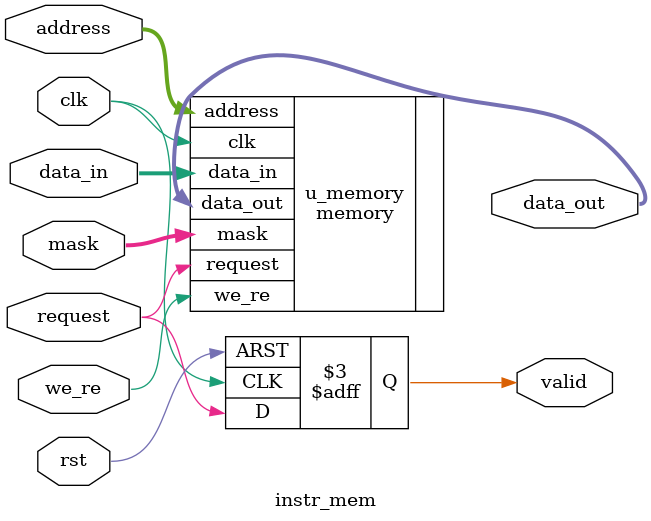
<source format=sv>

module instr_mem #(
    parameter bit INSTR_MEM = 1
) (
    input wire clk,
    input wire rst,
    input wire we_re,
    input wire request,
    input wire [3:0] mask,
    input wire [7:0] address,
    input wire [31:0] data_in,

    output reg valid,
    output wire [31:0] data_out
);

  always @(posedge clk or negedge rst) begin
    if (!rst) begin
      valid <= 0;
    end else begin
      valid <= request;
    end
  end

  memory #(
      .INSTR_MEM(INSTR_MEM)
  ) u_memory (
      .clk(clk),
      .we_re(we_re),
      .request(request),
      .mask(mask),
      .address(address),
      .data_in(data_in),
      .data_out(data_out)
  );

endmodule

</source>
